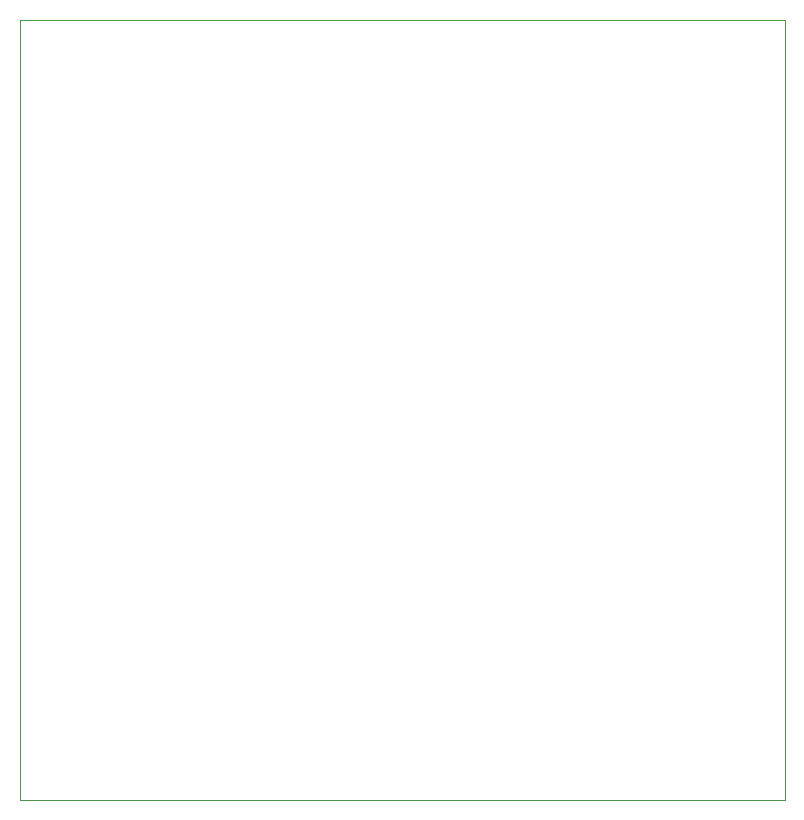
<source format=gm1>
G04 #@! TF.GenerationSoftware,KiCad,Pcbnew,(5.1.10)-1*
G04 #@! TF.CreationDate,2022-02-18T16:50:56-06:00*
G04 #@! TF.ProjectId,MainBoard,4d61696e-426f-4617-9264-2e6b69636164,rev?*
G04 #@! TF.SameCoordinates,Original*
G04 #@! TF.FileFunction,Profile,NP*
%FSLAX46Y46*%
G04 Gerber Fmt 4.6, Leading zero omitted, Abs format (unit mm)*
G04 Created by KiCad (PCBNEW (5.1.10)-1) date 2022-02-18 16:50:56*
%MOMM*%
%LPD*%
G01*
G04 APERTURE LIST*
G04 #@! TA.AperFunction,Profile*
%ADD10C,0.100000*%
G04 #@! TD*
G04 APERTURE END LIST*
D10*
X77470000Y-12700000D02*
X77470000Y-78740000D01*
X12700000Y-12700000D02*
X77470000Y-12700000D01*
X12700000Y-78740000D02*
X12700000Y-12700000D01*
X77470000Y-78740000D02*
X12700000Y-78740000D01*
M02*

</source>
